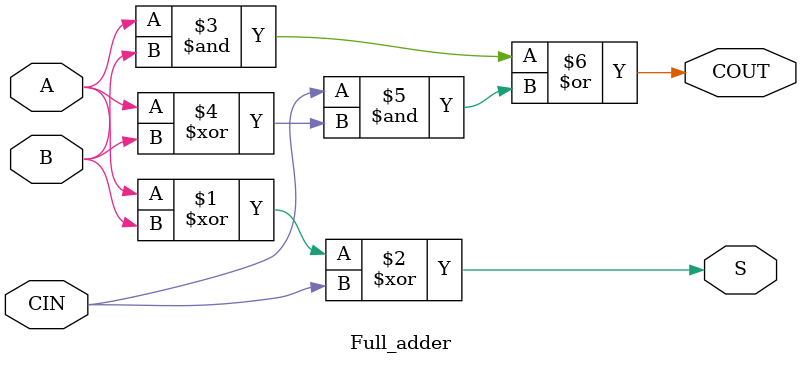
<source format=v>
`timescale 1ns / 1ps


module Full_adder(
    input A,
    input B,
    input CIN,
    output S,
    output COUT
    );
    assign S = A ^ B ^ CIN; //output are assigned to input
    assign COUT = A & B | CIN & (A ^ B);
    endmodule

</source>
